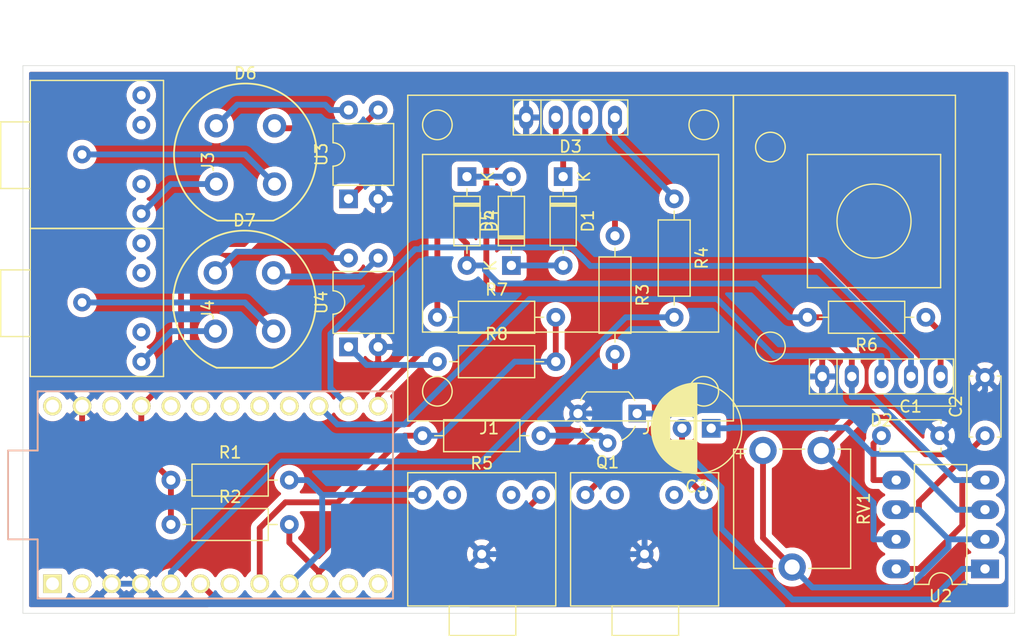
<source format=kicad_pcb>
(kicad_pcb (version 20171130) (host pcbnew 5.1.2-f72e74a~84~ubuntu18.04.1)
  (layers (0 F.Cu signal) (31 B.Cu signal) (34 B.Paste user) (35 F.Paste user) (36 B.SilkS user) (37 F.SilkS user) (38 B.Mask user) (39 F.Mask user) (44 Edge.Cuts user))
  (net 0 "")
  (net 1 "Net-(D1-Pad1)")
  (net 2 "Net-(D1-Pad2)")
  (net 3 "Net-(D2-Pad3)")
  (net 4 "Net-(D2-Pad4)")
  (net 5 "Net-(D2-Pad5)")
  (net 6 "Net-(D3-Pad3)")
  (net 7 "Net-(D3-Pad4)")
  (net 8 "Net-(J1-PadT)")
  (net 9 "Net-(J1-PadS)")
  (net 10 GND)
  (net 11 "Net-(C1-Pad1)")
  (net 12 "Net-(C2-Pad1)")
  (net 13 +5V)
  (net 14 "Net-(D4-Pad1)")
  (net 15 "Net-(Q1-Pad2)")
  (net 16 "Net-(Q1-Pad1)")
  (net 17 "Net-(R3-Pad2)")
  (net 18 "Net-(R4-Pad2)")
  (net 19 "Net-(R5-Pad2)")
  (net 20 "Net-(R6-Pad1)")
  (net 21 "Net-(D6-Pad3)")
  (net 22 "Net-(D6-Pad4)")
  (net 23 "Net-(D6-Pad2)")
  (net 24 "Net-(D6-Pad1)")
  (net 25 "Net-(D7-Pad3)")
  (net 26 "Net-(D7-Pad4)")
  (net 27 "Net-(D7-Pad2)")
  (net 28 "Net-(D7-Pad1)")
  (net 29 "Net-(R7-Pad1)")
  (net 30 "Net-(R8-Pad1)")
  (net 31 "Net-(C3-Pad1)")
  (net 32 "Net-(C3-Pad2)")
  (module Rotary_Encoder:encoder-KY-040 (layer F.Cu) (at 74.295 -34.925)
    (fp_text reference D2 (at 0 17.74) (layer F.SilkS))
    (fp_text value encoder_KY-040)
    (pad 1 thru_hole oval (at -5.08 13.97) (size 1.2 2) (drill 0.8) (layers *.Cu *.Mask) (net 10 GND))
    (pad 2 thru_hole oval (at -2.54 13.97) (size 1.2 2) (drill 0.8) (layers *.Cu *.Mask) (net 13 +5V))
    (pad 3 thru_hole oval (at 0 13.97) (size 1.2 2) (drill 0.8) (layers *.Cu *.Mask) (net 3 "Net-(D2-Pad3)"))
    (pad 4 thru_hole oval (at 2.54 13.97) (size 1.2 2) (drill 0.8) (layers *.Cu *.Mask) (net 4 "Net-(D2-Pad4)"))
    (pad 5 thru_hole oval (at 5.08 13.97) (size 1.2 2) (drill 0.8) (layers *.Cu *.Mask) (net 5 "Net-(D2-Pad5)"))
  )
  (module promicro:ProMicro (layer F.Cu) (at 17.145 -10.795)
    (fp_text reference U1 hide)
    (fp_text value ProMicro)
    (pad 1 thru_hole rect (at -13.97 7.62) (size 1.6 1.6) (drill 1.1) (layers *.Cu *.Mask F.SilkS))
    (pad 2 thru_hole circle (at -11.43 7.62) (size 1.6 1.6) (drill 1.1) (layers *.Cu *.Mask F.SilkS))
    (pad 3 thru_hole circle (at -8.89 7.62) (size 1.6 1.6) (drill 1.1) (layers *.Cu *.Mask F.SilkS) (net 10 GND))
    (pad 4 thru_hole circle (at -6.35 7.62) (size 1.6 1.6) (drill 1.1) (layers *.Cu *.Mask F.SilkS) (net 10 GND))
    (pad 5 thru_hole circle (at -3.81 7.62) (size 1.6 1.6) (drill 1.1) (layers *.Cu *.Mask F.SilkS) (net 18 "Net-(R4-Pad2)"))
    (pad 6 thru_hole circle (at -1.27 7.62) (size 1.6 1.6) (drill 1.1) (layers *.Cu *.Mask F.SilkS) (net 17 "Net-(R3-Pad2)"))
    (pad 7 thru_hole circle (at 1.27 7.62) (size 1.6 1.6) (drill 1.1) (layers *.Cu *.Mask F.SilkS))
    (pad 8 thru_hole circle (at 3.81 7.62) (size 1.6 1.6) (drill 1.1) (layers *.Cu *.Mask F.SilkS) (net 19 "Net-(R5-Pad2)"))
    (pad 9 thru_hole circle (at 6.35 7.62) (size 1.6 1.6) (drill 1.1) (layers *.Cu *.Mask F.SilkS) (net 9 "Net-(J1-PadS)"))
    (pad 10 thru_hole circle (at 8.89 7.62) (size 1.6 1.6) (drill 1.1) (layers *.Cu *.Mask F.SilkS) (net 8 "Net-(J1-PadT)"))
    (pad 11 thru_hole circle (at 11.43 7.62) (size 1.6 1.6) (drill 1.1) (layers *.Cu *.Mask F.SilkS))
    (pad 12 thru_hole circle (at 13.97 7.62) (size 1.6 1.6) (drill 1.1) (layers *.Cu *.Mask F.SilkS))
    (pad 13 thru_hole circle (at 13.97 -7.62) (size 1.6 1.6) (drill 1.1) (layers *.Cu *.Mask F.SilkS) (net 5 "Net-(D2-Pad5)"))
    (pad 14 thru_hole circle (at 11.43 -7.62) (size 1.6 1.6) (drill 1.1) (layers *.Cu *.Mask F.SilkS) (net 4 "Net-(D2-Pad4)"))
    (pad 15 thru_hole circle (at 8.89 -7.62) (size 1.6 1.6) (drill 1.1) (layers *.Cu *.Mask F.SilkS) (net 3 "Net-(D2-Pad3)"))
    (pad 16 thru_hole circle (at 6.35 -7.62) (size 1.6 1.6) (drill 1.1) (layers *.Cu *.Mask F.SilkS))
    (pad 17 thru_hole circle (at 3.81 -7.62) (size 1.6 1.6) (drill 1.1) (layers *.Cu *.Mask F.SilkS))
    (pad 18 thru_hole circle (at 1.27 -7.62) (size 1.6 1.6) (drill 1.1) (layers *.Cu *.Mask F.SilkS))
    (pad 19 thru_hole circle (at -1.27 -7.62) (size 1.6 1.6) (drill 1.1) (layers *.Cu *.Mask F.SilkS))
    (pad 20 thru_hole circle (at -3.81 -7.62) (size 1.6 1.6) (drill 1.1) (layers *.Cu *.Mask F.SilkS))
    (pad 21 thru_hole circle (at -6.35 -7.62) (size 1.6 1.6) (drill 1.1) (layers *.Cu *.Mask F.SilkS) (net 13 +5V))
    (pad 22 thru_hole circle (at -8.89 -7.62) (size 1.6 1.6) (drill 1.1) (layers *.Cu *.Mask F.SilkS))
    (pad 23 thru_hole circle (at -11.43 -7.62) (size 1.6 1.6) (drill 1.1) (layers *.Cu *.Mask F.SilkS) (net 10 GND))
    (pad 24 thru_hole circle (at -13.97 -7.62) (size 1.6 1.6) (drill 1.1) (layers *.Cu *.Mask F.SilkS))
  )
  (module Package_DIP:DIP-4_W7.62mm (layer F.Cu) (at 28.575 -23.495 90)
    (fp_text reference U4 (at 3.81 -2.33 90) (layer F.SilkS))
    (fp_text value PC817)
    (pad 4 thru_hole oval (at 7.62 0 90) (size 1.6 1.6) (drill 0.8) (layers *.Cu *.Mask) (net 28 "Net-(D7-Pad1)"))
    (pad 2 thru_hole oval (at 0 2.54 90) (size 1.6 1.6) (drill 0.8) (layers *.Cu *.Mask) (net 10 GND))
    (pad 3 thru_hole oval (at 7.62 2.54 90) (size 1.6 1.6) (drill 0.8) (layers *.Cu *.Mask) (net 27 "Net-(D7-Pad2)"))
    (pad 1 thru_hole rect (at 0 0 90) (size 1.6 1.6) (drill 0.8) (layers *.Cu *.Mask) (net 30 "Net-(R8-Pad1)"))
  )
  (module Package_DIP:DIP-4_W7.62mm (layer F.Cu) (at 28.575 -36.195 90)
    (fp_text reference U3 (at 3.81 -2.33 90) (layer F.SilkS))
    (fp_text value PC817)
    (pad 4 thru_hole oval (at 7.62 0 90) (size 1.6 1.6) (drill 0.8) (layers *.Cu *.Mask) (net 24 "Net-(D6-Pad1)"))
    (pad 2 thru_hole oval (at 0 2.54 90) (size 1.6 1.6) (drill 0.8) (layers *.Cu *.Mask) (net 10 GND))
    (pad 3 thru_hole oval (at 7.62 2.54 90) (size 1.6 1.6) (drill 0.8) (layers *.Cu *.Mask) (net 23 "Net-(D6-Pad2)"))
    (pad 1 thru_hole rect (at 0 0 90) (size 1.6 1.6) (drill 0.8) (layers *.Cu *.Mask) (net 29 "Net-(R7-Pad1)"))
  )
  (module Resistor_THT:R_Axial_DIN0207_L6.3mm_D2.5mm_P10.16mm_Horizontal (layer F.Cu) (at 36.195 -22.225)
    (fp_text reference R8 (at 5.08 -2.37) (layer F.SilkS))
    (fp_text value 510)
    (pad 2 thru_hole oval (at 10.16 0) (size 1.6 1.6) (drill 0.8) (layers *.Cu *.Mask) (net 19 "Net-(R5-Pad2)"))
    (pad 1 thru_hole circle (at 0 0) (size 1.6 1.6) (drill 0.8) (layers *.Cu *.Mask) (net 30 "Net-(R8-Pad1)"))
  )
  (module Resistor_THT:R_Axial_DIN0207_L6.3mm_D2.5mm_P10.16mm_Horizontal (layer F.Cu) (at 36.195 -26.035)
    (fp_text reference R7 (at 5.08 -2.37) (layer F.SilkS))
    (fp_text value 510)
    (pad 2 thru_hole oval (at 10.16 0) (size 1.6 1.6) (drill 0.8) (layers *.Cu *.Mask) (net 19 "Net-(R5-Pad2)"))
    (pad 1 thru_hole circle (at 0 0) (size 1.6 1.6) (drill 0.8) (layers *.Cu *.Mask) (net 29 "Net-(R7-Pad1)"))
  )
  (module Connector_Audio:audio-3.5mm-5pin (layer F.Cu) (at 6.985 -27.305 90)
    (fp_text reference J4 (at -0.635 9.525 90) (layer F.SilkS))
    (fp_text value AudioJack2_Ground_Switch)
    (pad G thru_hole circle (at 0 -1.27 90) (size 1.524 1.524) (drill 0.762) (layers *.Cu *.Mask) (net 26 "Net-(D7-Pad4)"))
    (pad S thru_hole circle (at 5.08 3.81 90) (size 1.524 1.524) (drill 0.762) (layers *.Cu *.Mask))
    (pad SN thru_hole circle (at 2.54 3.81 90) (size 1.524 1.524) (drill 0.762) (layers *.Cu *.Mask))
    (pad TN thru_hole circle (at -2.54 3.81 90) (size 1.524 1.524) (drill 0.762) (layers *.Cu *.Mask))
    (pad T thru_hole circle (at -5.08 3.81 90) (size 1.524 1.524) (drill 0.762) (layers *.Cu *.Mask) (net 25 "Net-(D7-Pad3)"))
  )
  (module Connector_Audio:audio-3.5mm-5pin (layer F.Cu) (at 6.985 -40.005 90)
    (fp_text reference J3 (at -0.635 9.525 90) (layer F.SilkS))
    (fp_text value AudioJack2_Ground_Switch)
    (pad G thru_hole circle (at 0 -1.27 90) (size 1.524 1.524) (drill 0.762) (layers *.Cu *.Mask) (net 22 "Net-(D6-Pad4)"))
    (pad S thru_hole circle (at 5.08 3.81 90) (size 1.524 1.524) (drill 0.762) (layers *.Cu *.Mask))
    (pad SN thru_hole circle (at 2.54 3.81 90) (size 1.524 1.524) (drill 0.762) (layers *.Cu *.Mask))
    (pad TN thru_hole circle (at -2.54 3.81 90) (size 1.524 1.524) (drill 0.762) (layers *.Cu *.Mask))
    (pad T thru_hole circle (at -5.08 3.81 90) (size 1.524 1.524) (drill 0.762) (layers *.Cu *.Mask) (net 21 "Net-(D6-Pad3)"))
  )
  (module Connector_Audio:audio-3.5mm-5pin (layer F.Cu) (at 53.975 -6.985 180)
    (fp_text reference J2 (at -0.635 9.525 180) (layer F.SilkS))
    (fp_text value AudioJack2_Ground_Switch)
    (pad G thru_hole circle (at 0 -1.27 180) (size 1.524 1.524) (drill 0.762) (layers *.Cu *.Mask) (net 10 GND))
    (pad S thru_hole circle (at 5.08 3.81 180) (size 1.524 1.524) (drill 0.762) (layers *.Cu *.Mask) (net 32 "Net-(C3-Pad2)"))
    (pad SN thru_hole circle (at 2.54 3.81 180) (size 1.524 1.524) (drill 0.762) (layers *.Cu *.Mask))
    (pad TN thru_hole circle (at -2.54 3.81 180) (size 1.524 1.524) (drill 0.762) (layers *.Cu *.Mask))
    (pad T thru_hole circle (at -5.08 3.81 180) (size 1.524 1.524) (drill 0.762) (layers *.Cu *.Mask) (net 32 "Net-(C3-Pad2)"))
  )
  (module Button_Switch_THT:Push_E-Switch_KS01Q01 (layer F.Cu) (at 17.145 -29.845)
    (fp_text reference D7 (at 2.5 -4.5) (layer F.SilkS))
    (fp_text value D_Bridge_+-AA)
    (pad 3 thru_hole circle (at 0 5) (size 2 2) (drill 1.1) (layers *.Cu *.Mask) (net 25 "Net-(D7-Pad3)"))
    (pad 4 thru_hole circle (at 5 5) (size 2 2) (drill 1.1) (layers *.Cu *.Mask) (net 26 "Net-(D7-Pad4)"))
    (pad 2 thru_hole circle (at 5 0) (size 2 2) (drill 1.1) (layers *.Cu *.Mask) (net 27 "Net-(D7-Pad2)"))
    (pad 1 thru_hole circle (at 0 0) (size 2 2) (drill 1.1) (layers *.Cu *.Mask) (net 28 "Net-(D7-Pad1)"))
  )
  (module Button_Switch_THT:Push_E-Switch_KS01Q01 (layer F.Cu) (at 17.225 -42.465)
    (fp_text reference D6 (at 2.5 -4.5) (layer F.SilkS))
    (fp_text value D_Bridge_+-AA)
    (pad 3 thru_hole circle (at 0 5) (size 2 2) (drill 1.1) (layers *.Cu *.Mask) (net 21 "Net-(D6-Pad3)"))
    (pad 4 thru_hole circle (at 5 5) (size 2 2) (drill 1.1) (layers *.Cu *.Mask) (net 22 "Net-(D6-Pad4)"))
    (pad 2 thru_hole circle (at 5 0) (size 2 2) (drill 1.1) (layers *.Cu *.Mask) (net 23 "Net-(D6-Pad2)"))
    (pad 1 thru_hole circle (at 0 0) (size 2 2) (drill 1.1) (layers *.Cu *.Mask) (net 24 "Net-(D6-Pad1)"))
  )
  (module Connector_Audio:audio-3.5mm-5pin (layer F.Cu) (at 40.005 -6.985 180)
    (fp_text reference J1 (at -0.635 9.525 180) (layer F.SilkS))
    (fp_text value AudioJack2_Ground_Switch)
    (pad T thru_hole circle (at -5.08 3.81 180) (size 1.524 1.524) (drill 0.762) (layers *.Cu *.Mask) (net 8 "Net-(J1-PadT)"))
    (pad TN thru_hole circle (at -2.54 3.81 180) (size 1.524 1.524) (drill 0.762) (layers *.Cu *.Mask))
    (pad SN thru_hole circle (at 2.54 3.81 180) (size 1.524 1.524) (drill 0.762) (layers *.Cu *.Mask))
    (pad S thru_hole circle (at 5.08 3.81 180) (size 1.524 1.524) (drill 0.762) (layers *.Cu *.Mask) (net 9 "Net-(J1-PadS)"))
    (pad G thru_hole circle (at 0 -1.27 180) (size 1.524 1.524) (drill 0.762) (layers *.Cu *.Mask) (net 10 GND))
  )
  (module Potentiometer_THT:Potentiometer_ACP_CA9-V10_Vertical (layer F.Cu) (at 64.135 -14.605 270)
    (fp_text reference RV1 (at 5 -8.65 270) (layer F.SilkS))
    (fp_text value 10k)
    (pad 1 thru_hole circle (at 0 0 270) (size 2.34 2.34) (drill 1.3) (layers *.Cu *.Mask) (net 12 "Net-(C2-Pad1)"))
    (pad 2 thru_hole circle (at 10 -2.5 270) (size 2.34 2.34) (drill 1.3) (layers *.Cu *.Mask) (net 12 "Net-(C2-Pad1)"))
    (pad 3 thru_hole circle (at 0 -5 270) (size 2.34 2.34) (drill 1.3) (layers *.Cu *.Mask) (net 20 "Net-(R6-Pad1)"))
  )
  (module Resistor_THT:R_Axial_DIN0207_L6.3mm_D2.5mm_P10.16mm_Horizontal (layer F.Cu) (at 13.335 -12.065)
    (fp_text reference R1 (at 5.08 -2.37) (layer F.SilkS))
    (fp_text value 4k7)
    (pad 2 thru_hole oval (at 10.16 0) (size 1.6 1.6) (drill 0.8) (layers *.Cu *.Mask) (net 9 "Net-(J1-PadS)"))
    (pad 1 thru_hole circle (at 0 0) (size 1.6 1.6) (drill 0.8) (layers *.Cu *.Mask) (net 13 +5V))
  )
  (module Diode_THT:D_DO-35_SOD27_P7.62mm_Horizontal (layer F.Cu) (at 46.99 -38.1 270)
    (fp_text reference D1 (at 3.81 -2.12 270) (layer F.SilkS))
    (fp_text value 1N4148)
    (fp_text user K (at 0 -1.8 270) (layer F.SilkS))
    (pad 1 thru_hole rect (at 0 0 270) (size 1.6 1.6) (drill 0.8) (layers *.Cu *.Mask) (net 1 "Net-(D1-Pad1)"))
    (pad 2 thru_hole oval (at 7.62 0 270) (size 1.6 1.6) (drill 0.8) (layers *.Cu *.Mask) (net 2 "Net-(D1-Pad2)"))
  )
  (module Display:oled_128x64_i2c_ssd1306 (layer F.Cu) (at 40.005 -29.845)
    (fp_text reference D3 (at 7.62 -10.835) (layer F.SilkS))
    (fp_text value oled_128x64_i2c_ssd1306)
    (pad 1 thru_hole oval (at 3.81 -13.335) (size 1.2 2) (drill 0.8) (layers *.Cu *.Mask) (net 10 GND))
    (pad 2 thru_hole oval (at 6.35 -13.335) (size 1.2 2) (drill 0.8) (layers *.Cu *.Mask) (net 1 "Net-(D1-Pad1)"))
    (pad 3 thru_hole oval (at 8.89 -13.335) (size 1.2 2) (drill 0.8) (layers *.Cu *.Mask) (net 6 "Net-(D3-Pad3)"))
    (pad 4 thru_hole oval (at 11.43 -13.335) (size 1.2 2) (drill 0.8) (layers *.Cu *.Mask) (net 7 "Net-(D3-Pad4)"))
  )
  (module Capacitor_THT:C_Disc_D5.0mm_W2.5mm_P5.00mm (layer F.Cu) (at 74.295 -15.875)
    (fp_text reference C1 (at 2.5 -2.5) (layer F.SilkS))
    (fp_text value 0.01)
    (pad 2 thru_hole circle (at 5 0) (size 1.6 1.6) (drill 0.8) (layers *.Cu *.Mask) (net 10 GND))
    (pad 1 thru_hole circle (at 0 0) (size 1.6 1.6) (drill 0.8) (layers *.Cu *.Mask) (net 11 "Net-(C1-Pad1)"))
  )
  (module Capacitor_THT:C_Disc_D5.0mm_W2.5mm_P5.00mm (layer F.Cu) (at 83.185 -15.875 90)
    (fp_text reference C2 (at 2.5 -2.5 90) (layer F.SilkS))
    (fp_text value 0.1)
    (pad 1 thru_hole circle (at 0 0 90) (size 1.6 1.6) (drill 0.8) (layers *.Cu *.Mask) (net 12 "Net-(C2-Pad1)"))
    (pad 2 thru_hole circle (at 5 0 90) (size 1.6 1.6) (drill 0.8) (layers *.Cu *.Mask) (net 10 GND))
  )
  (module Diode_THT:D_DO-35_SOD27_P7.62mm_Horizontal (layer F.Cu) (at 38.735 -38.1 270)
    (fp_text reference D4 (at 3.81 -2.12 270) (layer F.SilkS))
    (fp_text value 1N4148)
    (fp_text user K (at 0 -1.8 270) (layer F.SilkS))
    (pad 1 thru_hole rect (at 0 0 270) (size 1.6 1.6) (drill 0.8) (layers *.Cu *.Mask) (net 14 "Net-(D4-Pad1)"))
    (pad 2 thru_hole oval (at 7.62 0 270) (size 1.6 1.6) (drill 0.8) (layers *.Cu *.Mask) (net 13 +5V))
  )
  (module Diode_THT:D_DO-35_SOD27_P7.62mm_Horizontal (layer F.Cu) (at 42.545 -30.48 90)
    (fp_text reference D5 (at 3.81 -2.12 90) (layer F.SilkS))
    (fp_text value 1N4148)
    (fp_text user K (at 0 -1.8 90) (layer F.SilkS))
    (pad 2 thru_hole oval (at 7.62 0 90) (size 1.6 1.6) (drill 0.8) (layers *.Cu *.Mask) (net 14 "Net-(D4-Pad1)"))
    (pad 1 thru_hole rect (at 0 0 90) (size 1.6 1.6) (drill 0.8) (layers *.Cu *.Mask) (net 2 "Net-(D1-Pad2)"))
  )
  (module Package_TO_SOT_THT:TO-92_Wide (layer F.Cu) (at 53.34 -17.78 180)
    (fp_text reference Q1 (at 2.55 -4.19 180) (layer F.SilkS))
    (fp_text value BC547)
    (pad 2 thru_hole circle (at 2.54 -2.54 270) (size 1.5 1.5) (drill 0.8) (layers *.Cu *.Mask) (net 15 "Net-(Q1-Pad2)"))
    (pad 3 thru_hole circle (at 5.08 0 270) (size 1.5 1.5) (drill 0.8) (layers *.Cu *.Mask) (net 10 GND))
    (pad 1 thru_hole rect (at 0 0 270) (size 1.5 1.5) (drill 0.8) (layers *.Cu *.Mask) (net 16 "Net-(Q1-Pad1)"))
  )
  (module Resistor_THT:R_Axial_DIN0207_L6.3mm_D2.5mm_P10.16mm_Horizontal (layer F.Cu) (at 13.335 -8.255)
    (fp_text reference R2 (at 5.08 -2.37) (layer F.SilkS))
    (fp_text value 4k7)
    (pad 2 thru_hole oval (at 10.16 0) (size 1.6 1.6) (drill 0.8) (layers *.Cu *.Mask) (net 8 "Net-(J1-PadT)"))
    (pad 1 thru_hole circle (at 0 0) (size 1.6 1.6) (drill 0.8) (layers *.Cu *.Mask) (net 13 +5V))
  )
  (module Resistor_THT:R_Axial_DIN0207_L6.3mm_D2.5mm_P10.16mm_Horizontal (layer F.Cu) (at 51.435 -33.02 270)
    (fp_text reference R3 (at 5.08 -2.37 270) (layer F.SilkS))
    (fp_text value 100)
    (pad 1 thru_hole circle (at 0 0 270) (size 1.6 1.6) (drill 0.8) (layers *.Cu *.Mask) (net 6 "Net-(D3-Pad3)"))
    (pad 2 thru_hole oval (at 10.16 0 270) (size 1.6 1.6) (drill 0.8) (layers *.Cu *.Mask) (net 17 "Net-(R3-Pad2)"))
  )
  (module Resistor_THT:R_Axial_DIN0207_L6.3mm_D2.5mm_P10.16mm_Horizontal (layer F.Cu) (at 56.515 -36.195 270)
    (fp_text reference R4 (at 5.08 -2.37 270) (layer F.SilkS))
    (fp_text value 100)
    (pad 2 thru_hole oval (at 10.16 0 270) (size 1.6 1.6) (drill 0.8) (layers *.Cu *.Mask) (net 18 "Net-(R4-Pad2)"))
    (pad 1 thru_hole circle (at 0 0 270) (size 1.6 1.6) (drill 0.8) (layers *.Cu *.Mask) (net 7 "Net-(D3-Pad4)"))
  )
  (module Resistor_THT:R_Axial_DIN0207_L6.3mm_D2.5mm_P10.16mm_Horizontal (layer F.Cu) (at 45.085 -15.875 180)
    (fp_text reference R5 (at 5.08 -2.37 180) (layer F.SilkS))
    (fp_text value 4k7)
    (pad 1 thru_hole circle (at 0 0 180) (size 1.6 1.6) (drill 0.8) (layers *.Cu *.Mask) (net 15 "Net-(Q1-Pad2)"))
    (pad 2 thru_hole oval (at 10.16 0 180) (size 1.6 1.6) (drill 0.8) (layers *.Cu *.Mask) (net 19 "Net-(R5-Pad2)"))
  )
  (module Resistor_THT:R_Axial_DIN0207_L6.3mm_D2.5mm_P10.16mm_Horizontal (layer F.Cu) (at 78.105 -26.035 180)
    (fp_text reference R6 (at 5.08 -2.37 180) (layer F.SilkS))
    (fp_text value 10k)
    (pad 1 thru_hole circle (at 0 0 180) (size 1.6 1.6) (drill 0.8) (layers *.Cu *.Mask) (net 20 "Net-(R6-Pad1)"))
    (pad 2 thru_hole oval (at 10.16 0 180) (size 1.6 1.6) (drill 0.8) (layers *.Cu *.Mask) (net 13 +5V))
  )
  (module Package_DIP:DIP-8_W7.62mm_LongPads (layer F.Cu) (at 83.185 -4.445 180)
    (fp_text reference U2 (at 3.81 -2.33 180) (layer F.SilkS))
    (fp_text value NE555)
    (pad 1 thru_hole rect (at 0 0 180) (size 2.4 1.6) (drill 0.8) (layers *.Cu *.Mask) (net 16 "Net-(Q1-Pad1)"))
    (pad 5 thru_hole oval (at 7.62 7.62 180) (size 2.4 1.6) (drill 0.8) (layers *.Cu *.Mask) (net 11 "Net-(C1-Pad1)"))
    (pad 2 thru_hole oval (at 0 2.54 180) (size 2.4 1.6) (drill 0.8) (layers *.Cu *.Mask) (net 12 "Net-(C2-Pad1)"))
    (pad 6 thru_hole oval (at 7.62 5.08 180) (size 2.4 1.6) (drill 0.8) (layers *.Cu *.Mask) (net 12 "Net-(C2-Pad1)"))
    (pad 3 thru_hole oval (at 0 5.08 180) (size 2.4 1.6) (drill 0.8) (layers *.Cu *.Mask) (net 31 "Net-(C3-Pad1)"))
    (pad 7 thru_hole oval (at 7.62 2.54 180) (size 2.4 1.6) (drill 0.8) (layers *.Cu *.Mask) (net 20 "Net-(R6-Pad1)"))
    (pad 4 thru_hole oval (at 0 7.62 180) (size 2.4 1.6) (drill 0.8) (layers *.Cu *.Mask) (net 13 +5V))
    (pad 8 thru_hole oval (at 7.62 0 180) (size 2.4 1.6) (drill 0.8) (layers *.Cu *.Mask) (net 13 +5V))
  )
  (module Capacitor_THT:CP_Radial_D7.5mm_P2.50mm (layer F.Cu) (at 59.69 -16.51 180)
    (fp_text reference C3 (at 1.25 -5) (layer F.SilkS))
    (fp_text value CP_Small)
    (pad 1 thru_hole rect (at 0 0 180) (size 1.6 1.6) (drill 0.8) (layers *.Cu *.Mask) (net 31 "Net-(C3-Pad1)"))
    (pad 2 thru_hole circle (at 2.5 0 180) (size 1.6 1.6) (drill 0.8) (layers *.Cu *.Mask) (net 32 "Net-(C3-Pad2)"))
  )
  (gr_line (start 0.635 -0.635) (end 0.635 -47.625) (layer Edge.Cuts) (width 0.05))
  (gr_line (start 85.725 -0.635) (end 0.635 -0.635) (layer Edge.Cuts) (width 0.05))
  (gr_line (start 85.725 -1.905) (end 85.725 -0.635) (layer Edge.Cuts) (width 0.05))
  (gr_line (start 85.725 -47.625) (end 85.725 -1.905) (layer Edge.Cuts) (width 0.05))
  (gr_line (start 0.635 -47.625) (end 85.725 -47.625) (layer Edge.Cuts) (width 0.05))
  (segment (start 46.99 -38.1) (end 46.99 -39.6503) (width 0.5) (layer F.Cu) (net 1))
  (segment (start 46.355 -43.18) (end 46.355 -40.2853) (width 0.5) (layer F.Cu) (net 1))
  (segment (start 46.355 -40.2853) (end 46.99 -39.6503) (width 0.5) (layer F.Cu) (net 1))
  (segment (start 42.545 -30.48) (end 46.99 -30.48) (width 0.5) (layer B.Cu) (net 2))
  (segment (start 26.035 -18.415) (end 27.6088 -16.8412) (width 0.5) (layer B.Cu) (net 3))
  (segment (start 27.6088 -16.8412) (end 33.3512 -16.8412) (width 0.5) (layer B.Cu) (net 3))
  (segment (start 33.3512 -16.8412) (end 44.113 -27.603) (width 0.5) (layer B.Cu) (net 3))
  (segment (start 44.113 -27.603) (end 60.1904 -27.603) (width 0.5) (layer B.Cu) (net 3))
  (segment (start 60.1904 -27.603) (end 65.0881 -22.7053) (width 0.5) (layer B.Cu) (net 3))
  (segment (start 65.0881 -22.7053) (end 74.295 -22.7053) (width 0.5) (layer B.Cu) (net 3))
  (segment (start 74.295 -20.955) (end 74.295 -22.7053) (width 0.5) (layer B.Cu) (net 3))
  (segment (start 28.575 -18.415) (end 27.0212 -19.9688) (width 0.5) (layer B.Cu) (net 4))
  (segment (start 27.0212 -19.9688) (end 27.0212 -24.61) (width 0.5) (layer B.Cu) (net 4))
  (segment (start 27.0212 -24.61) (end 34.2866 -31.8754) (width 0.5) (layer B.Cu) (net 4))
  (segment (start 34.2866 -31.8754) (end 34.7073 -31.8754) (width 0.5) (layer B.Cu) (net 4))
  (segment (start 34.7073 -31.8754) (end 34.8623 -32.0304) (width 0.5) (layer B.Cu) (net 4))
  (segment (start 34.8623 -32.0304) (end 47.7275 -32.0304) (width 0.5) (layer B.Cu) (net 4))
  (segment (start 47.7275 -32.0304) (end 49.3149 -30.443) (width 0.5) (layer B.Cu) (net 4))
  (segment (start 49.3149 -30.443) (end 69.0973 -30.443) (width 0.5) (layer B.Cu) (net 4))
  (segment (start 69.0973 -30.443) (end 76.835 -22.7053) (width 0.5) (layer B.Cu) (net 4))
  (segment (start 76.835 -20.955) (end 76.835 -22.7053) (width 0.5) (layer B.Cu) (net 4))
  (segment (start 79.375 -20.955) (end 79.375 -22.7053) (width 0.5) (layer F.Cu) (net 5))
  (segment (start 31.115 -18.415) (end 31.115 -19.3596) (width 0.5) (layer F.Cu) (net 5))
  (segment (start 31.115 -19.3596) (end 35.8854 -24.13) (width 0.5) (layer F.Cu) (net 5))
  (segment (start 35.8854 -24.13) (end 36.4957 -24.13) (width 0.5) (layer F.Cu) (net 5))
  (segment (start 36.4957 -24.13) (end 40.3967 -28.031) (width 0.5) (layer F.Cu) (net 5))
  (segment (start 40.3967 -28.031) (end 40.3967 -42.1317) (width 0.5) (layer F.Cu) (net 5))
  (segment (start 40.3967 -42.1317) (end 43.2341 -44.9691) (width 0.5) (layer F.Cu) (net 5))
  (segment (start 43.2341 -44.9691) (end 55.3609 -44.9691) (width 0.5) (layer F.Cu) (net 5))
  (segment (start 55.3609 -44.9691) (end 77.6247 -22.7053) (width 0.5) (layer F.Cu) (net 5))
  (segment (start 77.6247 -22.7053) (end 79.375 -22.7053) (width 0.5) (layer F.Cu) (net 5))
  (segment (start 48.895 -43.18) (end 48.895 -41.4297) (width 0.5) (layer F.Cu) (net 6))
  (segment (start 51.435 -33.02) (end 51.435 -38.8897) (width 0.5) (layer F.Cu) (net 6))
  (segment (start 51.435 -38.8897) (end 48.895 -41.4297) (width 0.5) (layer F.Cu) (net 6))
  (segment (start 51.435 -43.18) (end 51.435 -41.4297) (width 0.5) (layer B.Cu) (net 7))
  (segment (start 51.435 -41.4297) (end 56.515 -36.3497) (width 0.5) (layer B.Cu) (net 7))
  (segment (start 56.515 -36.3497) (end 56.515 -36.195) (width 0.5) (layer B.Cu) (net 7))
  (segment (start 26.035 -4.1647) (end 26.035 -3.175) (width 0.5) (layer F.Cu) (net 8))
  (segment (start 23.495 -6.7047) (end 26.035 -4.1647) (width 0.5) (layer F.Cu) (net 8))
  (segment (start 45.085 -10.795) (end 42.8988 -8.6088) (width 0.5) (layer F.Cu) (net 8))
  (segment (start 42.8988 -8.6088) (end 30.4791 -8.6088) (width 0.5) (layer F.Cu) (net 8))
  (segment (start 30.4791 -8.6088) (end 26.035 -4.1647) (width 0.5) (layer F.Cu) (net 8))
  (segment (start 23.495 -8.255) (end 23.495 -6.7047) (width 0.5) (layer F.Cu) (net 8))
  (segment (start 26.3153 -10.795) (end 25.0453 -12.065) (width 0.5) (layer B.Cu) (net 9))
  (segment (start 34.925 -10.795) (end 26.3153 -10.795) (width 0.5) (layer B.Cu) (net 9))
  (segment (start 26.3153 -10.795) (end 26.3153 -5.9953) (width 0.5) (layer B.Cu) (net 9))
  (segment (start 26.3153 -5.9953) (end 23.495 -3.175) (width 0.5) (layer B.Cu) (net 9))
  (segment (start 23.495 -12.065) (end 25.0453 -12.065) (width 0.5) (layer B.Cu) (net 9))
  (segment (start 31.115 -23.495) (end 31.115 -25.0453) (width 0.5) (layer F.Cu) (net 10))
  (segment (start 31.115 -36.195) (end 31.115 -34.6447) (width 0.5) (layer F.Cu) (net 10))
  (segment (start 31.115 -34.6447) (end 32.6654 -33.0943) (width 0.5) (layer F.Cu) (net 10))
  (segment (start 32.6654 -33.0943) (end 32.6654 -26.5957) (width 0.5) (layer F.Cu) (net 10))
  (segment (start 32.6654 -26.5957) (end 31.115 -25.0453) (width 0.5) (layer F.Cu) (net 10))
  (segment (start 43.815 -43.18) (end 43.815 -41.4297) (width 0.5) (layer F.Cu) (net 10))
  (segment (start 48.26 -17.78) (end 44.3744 -21.6656) (width 0.5) (layer F.Cu) (net 10))
  (segment (start 44.3744 -21.6656) (end 44.3744 -40.8703) (width 0.5) (layer F.Cu) (net 10))
  (segment (start 44.3744 -40.8703) (end 43.815 -41.4297) (width 0.5) (layer F.Cu) (net 10))
  (segment (start 10.795 -3.175) (end 12.3521 -1.6179) (width 0.5) (layer B.Cu) (net 10))
  (segment (start 12.3521 -1.6179) (end 35.9079 -1.6179) (width 0.5) (layer B.Cu) (net 10))
  (segment (start 35.9079 -1.6179) (end 40.005 -5.715) (width 0.5) (layer B.Cu) (net 10))
  (segment (start 10.795 -3.175) (end 8.255 -3.175) (width 0.5) (layer B.Cu) (net 10))
  (segment (start 5.715 -18.415) (end 5.715 -5.715) (width 0.5) (layer F.Cu) (net 10))
  (segment (start 5.715 -5.715) (end 8.255 -3.175) (width 0.5) (layer F.Cu) (net 10))
  (segment (start 50.6155 -17.6717) (end 52.2474 -19.3036) (width 0.5) (layer B.Cu) (net 10))
  (segment (start 52.2474 -19.3036) (end 68.5568 -19.3036) (width 0.5) (layer B.Cu) (net 10))
  (segment (start 68.5568 -19.3036) (end 68.6557 -19.2047) (width 0.5) (layer B.Cu) (net 10))
  (segment (start 68.6557 -19.2047) (end 69.215 -19.2047) (width 0.5) (layer B.Cu) (net 10))
  (segment (start 50.6155 -17.6717) (end 53.975 -14.3121) (width 0.5) (layer B.Cu) (net 10))
  (segment (start 53.975 -14.3121) (end 53.975 -5.715) (width 0.5) (layer B.Cu) (net 10))
  (segment (start 48.26 -17.78) (end 50.5071 -17.78) (width 0.5) (layer B.Cu) (net 10))
  (segment (start 50.5071 -17.78) (end 50.6155 -17.6717) (width 0.5) (layer B.Cu) (net 10))
  (segment (start 69.215 -20.955) (end 69.215 -19.2047) (width 0.5) (layer B.Cu) (net 10))
  (segment (start 40.005 -5.715) (end 53.975 -5.715) (width 0.5) (layer B.Cu) (net 10))
  (segment (start 31.115 -36.195) (end 32.6653 -36.195) (width 0.5) (layer B.Cu) (net 10))
  (segment (start 43.815 -43.18) (end 43.815 -41.4297) (width 0.5) (layer B.Cu) (net 10))
  (segment (start 43.815 -41.4297) (end 37.9 -41.4297) (width 0.5) (layer B.Cu) (net 10))
  (segment (start 37.9 -41.4297) (end 32.6653 -36.195) (width 0.5) (layer B.Cu) (net 10))
  (segment (start 69.215 -20.955) (end 69.215 -19.2047) (width 0.5) (layer F.Cu) (net 10))
  (segment (start 79.295 -15.875) (end 75.9653 -19.2047) (width 0.5) (layer F.Cu) (net 10))
  (segment (start 75.9653 -19.2047) (end 69.215 -19.2047) (width 0.5) (layer F.Cu) (net 10))
  (segment (start 83.185 -20.875) (end 83.185 -19.765) (width 0.5) (layer B.Cu) (net 10))
  (segment (start 83.185 -19.765) (end 79.295 -15.875) (width 0.5) (layer B.Cu) (net 10))
  (segment (start 75.565 -12.065) (end 73.6147 -12.065) (width 0.5) (layer F.Cu) (net 11))
  (segment (start 73.6147 -12.065) (end 73.6147 -15.1947) (width 0.5) (layer F.Cu) (net 11))
  (segment (start 73.6147 -15.1947) (end 74.295 -15.875) (width 0.5) (layer F.Cu) (net 11))
  (segment (start 80.0553 -6.985) (end 83.185 -6.985) (width 0.5) (layer B.Cu) (net 12))
  (segment (start 77.5153 -9.525) (end 80.0553 -6.985) (width 0.5) (layer B.Cu) (net 12))
  (segment (start 80.0553 -6.985) (end 80.0553 -6.2938) (width 0.5) (layer B.Cu) (net 12))
  (segment (start 80.0553 -6.2938) (end 76.6216 -2.8601) (width 0.5) (layer B.Cu) (net 12))
  (segment (start 76.6216 -2.8601) (end 68.3799 -2.8601) (width 0.5) (layer B.Cu) (net 12))
  (segment (start 68.3799 -2.8601) (end 66.635 -4.605) (width 0.5) (layer B.Cu) (net 12))
  (segment (start 75.565 -9.525) (end 77.5153 -9.525) (width 0.5) (layer B.Cu) (net 12))
  (segment (start 66.635 -4.605) (end 64.135 -7.105) (width 0.5) (layer F.Cu) (net 12))
  (segment (start 64.135 -7.105) (end 64.135 -14.605) (width 0.5) (layer F.Cu) (net 12))
  (segment (start 75.565 -9.525) (end 77.5153 -9.525) (width 0.5) (layer F.Cu) (net 12))
  (segment (start 83.185 -15.875) (end 77.5153 -10.2053) (width 0.5) (layer F.Cu) (net 12))
  (segment (start 77.5153 -10.2053) (end 77.5153 -9.525) (width 0.5) (layer F.Cu) (net 12))
  (segment (start 38.735 -30.48) (end 38.735 -32.3428) (width 0.5) (layer F.Cu) (net 13))
  (segment (start 38.735 -32.3428) (end 32.2977 -38.7801) (width 0.5) (layer F.Cu) (net 13))
  (segment (start 32.2977 -38.7801) (end 26.0576 -38.7801) (width 0.5) (layer F.Cu) (net 13))
  (segment (start 26.0576 -38.7801) (end 19.5966 -32.3191) (width 0.5) (layer F.Cu) (net 13))
  (segment (start 19.5966 -32.3191) (end 17.1263 -32.3191) (width 0.5) (layer F.Cu) (net 13))
  (segment (start 17.1263 -32.3191) (end 14.2048 -29.3976) (width 0.5) (layer F.Cu) (net 13))
  (segment (start 14.2048 -29.3976) (end 14.2048 -21.8248) (width 0.5) (layer F.Cu) (net 13))
  (segment (start 14.2048 -21.8248) (end 10.795 -18.415) (width 0.5) (layer F.Cu) (net 13))
  (segment (start 13.335 -12.065) (end 10.795 -14.605) (width 0.5) (layer F.Cu) (net 13))
  (segment (start 10.795 -14.605) (end 10.795 -18.415) (width 0.5) (layer F.Cu) (net 13))
  (segment (start 13.335 -8.255) (end 13.335 -12.065) (width 0.5) (layer F.Cu) (net 13))
  (segment (start 38.735 -30.48) (end 40.2853 -30.48) (width 0.5) (layer B.Cu) (net 13))
  (segment (start 67.945 -26.035) (end 66.3947 -26.035) (width 0.5) (layer B.Cu) (net 13))
  (segment (start 66.3947 -26.035) (end 63.5001 -28.9296) (width 0.5) (layer B.Cu) (net 13))
  (segment (start 63.5001 -28.9296) (end 41.4342 -28.9296) (width 0.5) (layer B.Cu) (net 13))
  (segment (start 41.4342 -28.9296) (end 40.2853 -30.0785) (width 0.5) (layer B.Cu) (net 13))
  (segment (start 40.2853 -30.0785) (end 40.2853 -30.48) (width 0.5) (layer B.Cu) (net 13))
  (segment (start 67.945 -26.035) (end 69.4953 -26.035) (width 0.5) (layer F.Cu) (net 13))
  (segment (start 71.755 -20.955) (end 71.755 -22.7053) (width 0.5) (layer F.Cu) (net 13))
  (segment (start 71.755 -22.7053) (end 69.4953 -24.965) (width 0.5) (layer F.Cu) (net 13))
  (segment (start 69.4953 -24.965) (end 69.4953 -26.035) (width 0.5) (layer F.Cu) (net 13))
  (segment (start 77.5153 -4.445) (end 81.2347 -8.1644) (width 0.5) (layer F.Cu) (net 13))
  (segment (start 81.2347 -8.1644) (end 81.2347 -12.065) (width 0.5) (layer F.Cu) (net 13))
  (segment (start 71.755 -20.955) (end 71.755 -19.2047) (width 0.5) (layer B.Cu) (net 13))
  (segment (start 83.185 -12.065) (end 80.645 -12.065) (width 0.5) (layer B.Cu) (net 13))
  (segment (start 80.645 -12.065) (end 73.5053 -19.2047) (width 0.5) (layer B.Cu) (net 13))
  (segment (start 73.5053 -19.2047) (end 71.755 -19.2047) (width 0.5) (layer B.Cu) (net 13))
  (segment (start 83.185 -12.065) (end 81.2347 -12.065) (width 0.5) (layer F.Cu) (net 13))
  (segment (start 75.565 -4.445) (end 77.5153 -4.445) (width 0.5) (layer F.Cu) (net 13))
  (segment (start 42.545 -38.1) (end 38.735 -38.1) (width 0.5) (layer B.Cu) (net 14))
  (segment (start 45.085 -15.875) (end 50.165 -15.875) (width 0.5) (layer B.Cu) (net 15))
  (segment (start 50.165 -15.875) (end 50.8 -15.24) (width 0.5) (layer B.Cu) (net 15))
  (segment (start 53.34 -17.78) (end 54.8403 -17.78) (width 0.5) (layer B.Cu) (net 16))
  (segment (start 83.185 -4.445) (end 81.2347 -4.445) (width 0.5) (layer B.Cu) (net 16))
  (segment (start 81.2347 -4.445) (end 78.6149 -1.8252) (width 0.5) (layer B.Cu) (net 16))
  (segment (start 78.6149 -1.8252) (end 66.6491 -1.8252) (width 0.5) (layer B.Cu) (net 16))
  (segment (start 66.6491 -1.8252) (end 60.5673 -7.907) (width 0.5) (layer B.Cu) (net 16))
  (segment (start 60.5673 -7.907) (end 60.5673 -11.4215) (width 0.5) (layer B.Cu) (net 16))
  (segment (start 60.5673 -11.4215) (end 57.9266 -14.0622) (width 0.5) (layer B.Cu) (net 16))
  (segment (start 57.9266 -14.0622) (end 57.3836 -14.0622) (width 0.5) (layer B.Cu) (net 16))
  (segment (start 57.3836 -14.0622) (end 54.8403 -16.6055) (width 0.5) (layer B.Cu) (net 16))
  (segment (start 54.8403 -16.6055) (end 54.8403 -17.78) (width 0.5) (layer B.Cu) (net 16))
  (segment (start 51.435 -22.86) (end 51.435 -18.0495) (width 0.5) (layer F.Cu) (net 17))
  (segment (start 51.435 -18.0495) (end 47.3691 -13.9836) (width 0.5) (layer F.Cu) (net 17))
  (segment (start 47.3691 -13.9836) (end 47.3691 -10.9179) (width 0.5) (layer F.Cu) (net 17))
  (segment (start 47.3691 -10.9179) (end 38.0322 -1.581) (width 0.5) (layer F.Cu) (net 17))
  (segment (start 38.0322 -1.581) (end 17.469 -1.581) (width 0.5) (layer F.Cu) (net 17))
  (segment (start 17.469 -1.581) (end 15.875 -3.175) (width 0.5) (layer F.Cu) (net 17))
  (segment (start 13.335 -3.175) (end 13.335 -4.1433) (width 0.5) (layer B.Cu) (net 18))
  (segment (start 13.335 -4.1433) (end 22.8559 -13.6642) (width 0.5) (layer B.Cu) (net 18))
  (segment (start 22.8559 -13.6642) (end 39.9867 -13.6642) (width 0.5) (layer B.Cu) (net 18))
  (segment (start 39.9867 -13.6642) (end 52.3575 -26.035) (width 0.5) (layer B.Cu) (net 18))
  (segment (start 52.3575 -26.035) (end 56.515 -26.035) (width 0.5) (layer B.Cu) (net 18))
  (segment (start 34.925 -15.875) (end 36.4753 -15.875) (width 0.5) (layer B.Cu) (net 19))
  (segment (start 36.4753 -15.875) (end 42.8253 -22.225) (width 0.5) (layer B.Cu) (net 19))
  (segment (start 42.8253 -22.225) (end 46.355 -22.225) (width 0.5) (layer B.Cu) (net 19))
  (segment (start 34.925 -15.875) (end 33.3747 -15.875) (width 0.5) (layer F.Cu) (net 19))
  (segment (start 33.3747 -15.875) (end 27.6597 -10.16) (width 0.5) (layer F.Cu) (net 19))
  (segment (start 27.6597 -10.16) (end 23.1624 -10.16) (width 0.5) (layer F.Cu) (net 19))
  (segment (start 23.1624 -10.16) (end 20.955 -7.9526) (width 0.5) (layer F.Cu) (net 19))
  (segment (start 20.955 -7.9526) (end 20.955 -3.175) (width 0.5) (layer F.Cu) (net 19))
  (segment (start 46.355 -26.035) (end 46.355 -22.225) (width 0.5) (layer F.Cu) (net 19))
  (segment (start 69.135 -14.605) (end 71.9554 -17.4254) (width 0.5) (layer F.Cu) (net 20))
  (segment (start 71.9554 -17.4254) (end 74.9371 -17.4254) (width 0.5) (layer F.Cu) (net 20))
  (segment (start 74.9371 -17.4254) (end 78.0793 -14.2832) (width 0.5) (layer F.Cu) (net 20))
  (segment (start 78.0793 -14.2832) (end 79.9541 -14.2832) (width 0.5) (layer F.Cu) (net 20))
  (segment (start 79.9541 -14.2832) (end 80.8722 -15.2013) (width 0.5) (layer F.Cu) (net 20))
  (segment (start 80.8722 -15.2013) (end 80.8722 -23.2678) (width 0.5) (layer F.Cu) (net 20))
  (segment (start 80.8722 -23.2678) (end 78.105 -26.035) (width 0.5) (layer F.Cu) (net 20))
  (segment (start 75.565 -6.985) (end 73.6147 -6.985) (width 0.5) (layer B.Cu) (net 20))
  (segment (start 73.6147 -6.985) (end 73.6147 -10.1253) (width 0.5) (layer B.Cu) (net 20))
  (segment (start 73.6147 -10.1253) (end 69.135 -14.605) (width 0.5) (layer B.Cu) (net 20))
  (segment (start 17.225 -37.465) (end 13.335 -37.465) (width 0.5) (layer B.Cu) (net 21))
  (segment (start 13.335 -37.465) (end 10.795 -34.925) (width 0.5) (layer B.Cu) (net 21))
  (segment (start 22.225 -37.465) (end 19.685 -40.005) (width 0.5) (layer B.Cu) (net 22))
  (segment (start 19.685 -40.005) (end 5.715 -40.005) (width 0.5) (layer B.Cu) (net 22))
  (segment (start 22.225 -42.465) (end 22.4358 -42.2542) (width 0.5) (layer F.Cu) (net 23))
  (segment (start 22.4358 -42.2542) (end 29.5542 -42.2542) (width 0.5) (layer F.Cu) (net 23))
  (segment (start 29.5542 -42.2542) (end 31.115 -43.815) (width 0.5) (layer F.Cu) (net 23))
  (segment (start 28.575 -43.815) (end 27.0247 -43.815) (width 0.5) (layer B.Cu) (net 24))
  (segment (start 17.225 -42.465) (end 19.0297 -44.2697) (width 0.5) (layer B.Cu) (net 24))
  (segment (start 19.0297 -44.2697) (end 26.57 -44.2697) (width 0.5) (layer B.Cu) (net 24))
  (segment (start 26.57 -44.2697) (end 27.0247 -43.815) (width 0.5) (layer B.Cu) (net 24))
  (segment (start 17.145 -24.845) (end 13.415 -24.845) (width 0.5) (layer B.Cu) (net 25))
  (segment (start 13.415 -24.845) (end 10.795 -22.225) (width 0.5) (layer B.Cu) (net 25))
  (segment (start 22.145 -24.845) (end 19.685 -27.305) (width 0.5) (layer B.Cu) (net 26))
  (segment (start 19.685 -27.305) (end 5.715 -27.305) (width 0.5) (layer B.Cu) (net 26))
  (segment (start 22.145 -29.845) (end 22.4557 -29.5343) (width 0.5) (layer B.Cu) (net 27))
  (segment (start 22.4557 -29.5343) (end 29.5343 -29.5343) (width 0.5) (layer B.Cu) (net 27))
  (segment (start 29.5343 -29.5343) (end 31.115 -31.115) (width 0.5) (layer B.Cu) (net 27))
  (segment (start 28.575 -31.115) (end 27.0247 -31.115) (width 0.5) (layer B.Cu) (net 28))
  (segment (start 17.145 -29.845) (end 18.9576 -31.6576) (width 0.5) (layer B.Cu) (net 28))
  (segment (start 18.9576 -31.6576) (end 26.4821 -31.6576) (width 0.5) (layer B.Cu) (net 28))
  (segment (start 26.4821 -31.6576) (end 27.0247 -31.115) (width 0.5) (layer B.Cu) (net 28))
  (segment (start 28.575 -36.195) (end 30.1469 -37.7669) (width 0.5) (layer F.Cu) (net 29))
  (segment (start 30.1469 -37.7669) (end 31.7878 -37.7669) (width 0.5) (layer F.Cu) (net 29))
  (segment (start 31.7878 -37.7669) (end 36.195 -33.3597) (width 0.5) (layer F.Cu) (net 29))
  (segment (start 36.195 -33.3597) (end 36.195 -26.035) (width 0.5) (layer F.Cu) (net 29))
  (segment (start 36.195 -22.225) (end 35.9146 -21.9446) (width 0.5) (layer B.Cu) (net 30))
  (segment (start 35.9146 -21.9446) (end 30.1254 -21.9446) (width 0.5) (layer B.Cu) (net 30))
  (segment (start 30.1254 -21.9446) (end 28.575 -23.495) (width 0.5) (layer B.Cu) (net 30))
  (segment (start 59.69 -16.51) (end 61.2403 -16.51) (width 0.5) (layer B.Cu) (net 31))
  (segment (start 61.2403 -16.51) (end 61.2918 -16.5615) (width 0.5) (layer B.Cu) (net 31))
  (segment (start 61.2918 -16.5615) (end 71.2819 -16.5615) (width 0.5) (layer B.Cu) (net 31))
  (segment (start 71.2819 -16.5615) (end 73.5296 -14.3138) (width 0.5) (layer B.Cu) (net 31))
  (segment (start 73.5296 -14.3138) (end 75.9707 -14.3138) (width 0.5) (layer B.Cu) (net 31))
  (segment (start 75.9707 -14.3138) (end 80.7595 -9.525) (width 0.5) (layer B.Cu) (net 31))
  (segment (start 80.7595 -9.525) (end 83.185 -9.525) (width 0.5) (layer B.Cu) (net 31))
  (segment (start 57.19 -12.66) (end 59.055 -10.795) (width 0.5) (layer F.Cu) (net 32))
  (segment (start 57.19 -16.51) (end 57.19 -12.66) (width 0.5) (layer F.Cu) (net 32))
  (segment (start 57.19 -12.66) (end 50.76 -12.66) (width 0.5) (layer F.Cu) (net 32))
  (segment (start 50.76 -12.66) (end 48.895 -10.795) (width 0.5) (layer F.Cu) (net 32))
  (zone (net 10) (net_name GND) (layer B.Cu) (connect_pads (clearance 0.508)) (min_thickness 0.254) (fill yes (arc_segments 32) (thermal_gap 0.508) (thermal_bridge_width 0.508))
    (polygon (pts (xy 0 -48.26) (xy 86.36 -48.26) (xy 86.36 0) (xy 0 0)))
  )
  (zone (net 10) (net_name GND) (layer F.Cu) (connect_pads (clearance 0.508)) (min_thickness 0.254) (fill yes (arc_segments 32) (thermal_gap 0.508) (thermal_bridge_width 0.508))
    (polygon (pts (xy 0 -48.26) (xy 86.36 -48.26) (xy 86.36 0) (xy 0 0)))
  )
)
</source>
